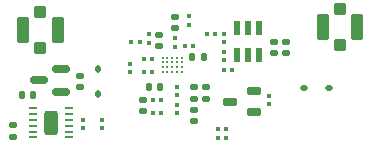
<source format=gbr>
%TF.GenerationSoftware,KiCad,Pcbnew,9.0.7*%
%TF.CreationDate,2026-02-11T21:28:42+01:00*%
%TF.ProjectId,ECG_Business_Card_v3,4543475f-4275-4736-996e-6573735f4361,rev?*%
%TF.SameCoordinates,Original*%
%TF.FileFunction,Paste,Top*%
%TF.FilePolarity,Positive*%
%FSLAX46Y46*%
G04 Gerber Fmt 4.6, Leading zero omitted, Abs format (unit mm)*
G04 Created by KiCad (PCBNEW 9.0.7) date 2026-02-11 21:28:42*
%MOMM*%
%LPD*%
G01*
G04 APERTURE LIST*
G04 Aperture macros list*
%AMRoundRect*
0 Rectangle with rounded corners*
0 $1 Rounding radius*
0 $2 $3 $4 $5 $6 $7 $8 $9 X,Y pos of 4 corners*
0 Add a 4 corners polygon primitive as box body*
4,1,4,$2,$3,$4,$5,$6,$7,$8,$9,$2,$3,0*
0 Add four circle primitives for the rounded corners*
1,1,$1+$1,$2,$3*
1,1,$1+$1,$4,$5*
1,1,$1+$1,$6,$7*
1,1,$1+$1,$8,$9*
0 Add four rect primitives between the rounded corners*
20,1,$1+$1,$2,$3,$4,$5,0*
20,1,$1+$1,$4,$5,$6,$7,0*
20,1,$1+$1,$6,$7,$8,$9,0*
20,1,$1+$1,$8,$9,$2,$3,0*%
G04 Aperture macros list end*
%ADD10RoundRect,0.140000X0.170000X-0.140000X0.170000X0.140000X-0.170000X0.140000X-0.170000X-0.140000X0*%
%ADD11RoundRect,0.150000X0.587500X0.150000X-0.587500X0.150000X-0.587500X-0.150000X0.587500X-0.150000X0*%
%ADD12RoundRect,0.079500X0.100500X-0.079500X0.100500X0.079500X-0.100500X0.079500X-0.100500X-0.079500X0*%
%ADD13RoundRect,0.079500X-0.079500X-0.100500X0.079500X-0.100500X0.079500X0.100500X-0.079500X0.100500X0*%
%ADD14RoundRect,0.076250X0.513750X0.228750X-0.513750X0.228750X-0.513750X-0.228750X0.513750X-0.228750X0*%
%ADD15RoundRect,0.079500X0.079500X0.100500X-0.079500X0.100500X-0.079500X-0.100500X0.079500X-0.100500X0*%
%ADD16RoundRect,0.112500X-0.187500X-0.112500X0.187500X-0.112500X0.187500X0.112500X-0.187500X0.112500X0*%
%ADD17RoundRect,0.079500X-0.100500X0.079500X-0.100500X-0.079500X0.100500X-0.079500X0.100500X0.079500X0*%
%ADD18RoundRect,0.140000X-0.140000X-0.170000X0.140000X-0.170000X0.140000X0.170000X-0.140000X0.170000X0*%
%ADD19RoundRect,0.250000X-0.315000X-0.780000X0.315000X-0.780000X0.315000X0.780000X-0.315000X0.780000X0*%
%ADD20RoundRect,0.062500X-0.300000X-0.062500X0.300000X-0.062500X0.300000X0.062500X-0.300000X0.062500X0*%
%ADD21RoundRect,0.130000X0.000010X0.000010X-0.000010X0.000010X-0.000010X-0.000010X0.000010X-0.000010X0*%
%ADD22RoundRect,0.100000X0.400000X0.400000X-0.400000X0.400000X-0.400000X-0.400000X0.400000X-0.400000X0*%
%ADD23RoundRect,0.105000X0.420000X0.995000X-0.420000X0.995000X-0.420000X-0.995000X0.420000X-0.995000X0*%
%ADD24RoundRect,0.112500X0.112500X-0.187500X0.112500X0.187500X-0.112500X0.187500X-0.112500X-0.187500X0*%
%ADD25RoundRect,0.140000X-0.170000X0.140000X-0.170000X-0.140000X0.170000X-0.140000X0.170000X0.140000X0*%
%ADD26R,0.508000X1.219200*%
%ADD27RoundRect,0.100000X-0.400000X-0.400000X0.400000X-0.400000X0.400000X0.400000X-0.400000X0.400000X0*%
%ADD28RoundRect,0.105000X-0.420000X-0.995000X0.420000X-0.995000X0.420000X0.995000X-0.420000X0.995000X0*%
%ADD29RoundRect,0.140000X0.140000X0.170000X-0.140000X0.170000X-0.140000X-0.170000X0.140000X-0.170000X0*%
G04 APERTURE END LIST*
D10*
%TO.C,C13*%
X127970000Y-101020000D03*
X127970000Y-100060000D03*
%TD*%
D11*
%TO.C,U3*%
X126410000Y-101380000D03*
X126410000Y-99480000D03*
X124535000Y-100430000D03*
%TD*%
D12*
%TO.C,R6*%
X132230000Y-99710000D03*
X132230000Y-99020000D03*
%TD*%
D13*
%TO.C,R14*%
X140185000Y-99532500D03*
X140875000Y-99532500D03*
%TD*%
D14*
%TO.C,Q1*%
X142732500Y-103145000D03*
X142732500Y-101315000D03*
X140682500Y-102230000D03*
%TD*%
D15*
%TO.C,R13*%
X137555000Y-97540000D03*
X136865000Y-97540000D03*
%TD*%
D16*
%TO.C,D1*%
X149080000Y-101050000D03*
X146980000Y-101050000D03*
%TD*%
D13*
%TO.C,R7*%
X132345000Y-97210000D03*
X133035000Y-97210000D03*
%TD*%
D17*
%TO.C,R15*%
X140205000Y-98002500D03*
X140205000Y-98692500D03*
%TD*%
D18*
%TO.C,C3*%
X133840000Y-100980000D03*
X134800000Y-100980000D03*
%TD*%
D10*
%TO.C,C7*%
X138670000Y-101990000D03*
X138670000Y-101030000D03*
%TD*%
D12*
%TO.C,R18*%
X144030000Y-102420000D03*
X144030000Y-101730000D03*
%TD*%
D10*
%TO.C,C4*%
X133300000Y-103060000D03*
X133300000Y-102100000D03*
%TD*%
D17*
%TO.C,R2*%
X136215000Y-102480000D03*
X136215000Y-103170000D03*
%TD*%
D10*
%TO.C,C5*%
X136070000Y-96000000D03*
X136070000Y-95040000D03*
%TD*%
%TO.C,C2*%
X137670000Y-101990000D03*
X137670000Y-101030000D03*
%TD*%
D15*
%TO.C,R21*%
X140355362Y-105346700D03*
X139665362Y-105346700D03*
%TD*%
D13*
%TO.C,R4*%
X133395000Y-98590000D03*
X134085000Y-98590000D03*
%TD*%
%TO.C,R3*%
X133395000Y-99690000D03*
X134085000Y-99690000D03*
%TD*%
D19*
%TO.C,U2*%
X125527500Y-104010000D03*
D20*
X124015000Y-102760000D03*
X124015000Y-103260000D03*
X124015000Y-103760000D03*
X124015000Y-104260000D03*
X124015000Y-104760000D03*
X124015000Y-105260000D03*
X127040000Y-105260000D03*
X127040000Y-104760000D03*
X127040000Y-104260000D03*
X127040000Y-103760000D03*
X127040000Y-103260000D03*
X127040000Y-102760000D03*
%TD*%
D21*
%TO.C,U1*%
X136590000Y-99705000D03*
X136190000Y-99705000D03*
X135790000Y-99705000D03*
X135390000Y-99705000D03*
X134990000Y-99705000D03*
X136590000Y-99305000D03*
X136190000Y-99305000D03*
X135790000Y-99305000D03*
X135390000Y-99305000D03*
X134990000Y-99305000D03*
X136590000Y-98905000D03*
X136190000Y-98905000D03*
X135790000Y-98905000D03*
X135390000Y-98905000D03*
X134990000Y-98905000D03*
X136590000Y-98505000D03*
X136190000Y-98505000D03*
X135790000Y-98505000D03*
X135390000Y-98505000D03*
X134990000Y-98505000D03*
%TD*%
D12*
%TO.C,R12*%
X136060000Y-97575000D03*
X136060000Y-96885000D03*
%TD*%
%TO.C,R9*%
X137210000Y-95705000D03*
X137210000Y-95015000D03*
%TD*%
D22*
%TO.C,J1*%
X124612500Y-97670000D03*
D23*
X123137500Y-96170000D03*
D22*
X124612500Y-94670000D03*
D23*
X126087500Y-96170000D03*
%TD*%
D24*
%TO.C,D2*%
X129480000Y-99490000D03*
X129480000Y-101590000D03*
%TD*%
D13*
%TO.C,R10*%
X134200000Y-103205000D03*
X134890000Y-103205000D03*
%TD*%
D15*
%TO.C,R8*%
X140355000Y-104560000D03*
X139665000Y-104560000D03*
%TD*%
D12*
%TO.C,R19*%
X129817500Y-104490000D03*
X129817500Y-103800000D03*
%TD*%
D18*
%TO.C,C6*%
X137500000Y-98420000D03*
X138460000Y-98420000D03*
%TD*%
D12*
%TO.C,R17*%
X140205000Y-97162500D03*
X140205000Y-96472500D03*
%TD*%
D10*
%TO.C,C8*%
X134710000Y-97530000D03*
X134710000Y-96570000D03*
%TD*%
D17*
%TO.C,R11*%
X133820000Y-96545000D03*
X133820000Y-97235000D03*
%TD*%
D10*
%TO.C,C12*%
X122280000Y-105210000D03*
X122280000Y-104250000D03*
%TD*%
D25*
%TO.C,C10*%
X144390000Y-97140000D03*
X144390000Y-98100000D03*
%TD*%
D26*
%TO.C,U4*%
X143135000Y-95956500D03*
X142195200Y-95956500D03*
X141255400Y-95956500D03*
X141255400Y-98242500D03*
X142195200Y-98242500D03*
X143135000Y-98242500D03*
%TD*%
D27*
%TO.C,J2*%
X150005000Y-94400000D03*
D28*
X151480000Y-95900000D03*
D27*
X150005000Y-97400000D03*
D28*
X148530000Y-95900000D03*
%TD*%
D12*
%TO.C,R20*%
X128227500Y-104480000D03*
X128227500Y-103790000D03*
%TD*%
D29*
%TO.C,C11*%
X124020000Y-101700000D03*
X123060000Y-101700000D03*
%TD*%
D10*
%TO.C,C1*%
X137680000Y-103870000D03*
X137680000Y-102910000D03*
%TD*%
D15*
%TO.C,R5*%
X134875000Y-102100000D03*
X134185000Y-102100000D03*
%TD*%
%TO.C,R16*%
X139430000Y-96500000D03*
X138740000Y-96500000D03*
%TD*%
D17*
%TO.C,R1*%
X136215000Y-100980000D03*
X136215000Y-101670000D03*
%TD*%
D25*
%TO.C,C9*%
X145410000Y-97140000D03*
X145410000Y-98100000D03*
%TD*%
M02*

</source>
